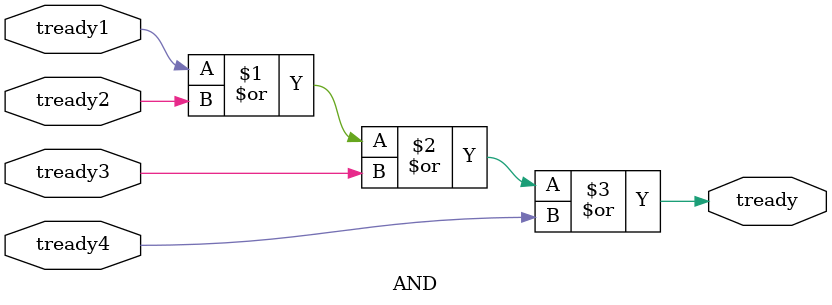
<source format=v>
`timescale 1ns / 1ps


module AND(
input tready1,
input tready2,
input tready3,
input tready4,
output tready
    );
    
    assign tready = tready1 | tready2 | tready3 | tready4;
     
endmodule

</source>
